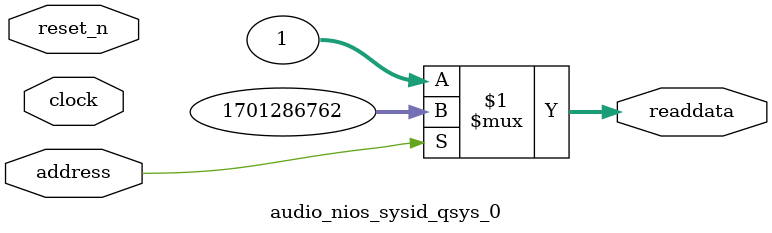
<source format=v>



// synthesis translate_off
`timescale 1ns / 1ps
// synthesis translate_on

// turn off superfluous verilog processor warnings 
// altera message_level Level1 
// altera message_off 10034 10035 10036 10037 10230 10240 10030 

module audio_nios_sysid_qsys_0 (
               // inputs:
                address,
                clock,
                reset_n,

               // outputs:
                readdata
             )
;

  output  [ 31: 0] readdata;
  input            address;
  input            clock;
  input            reset_n;

  wire    [ 31: 0] readdata;
  //control_slave, which is an e_avalon_slave
  assign readdata = address ? 1701286762 : 1;

endmodule



</source>
